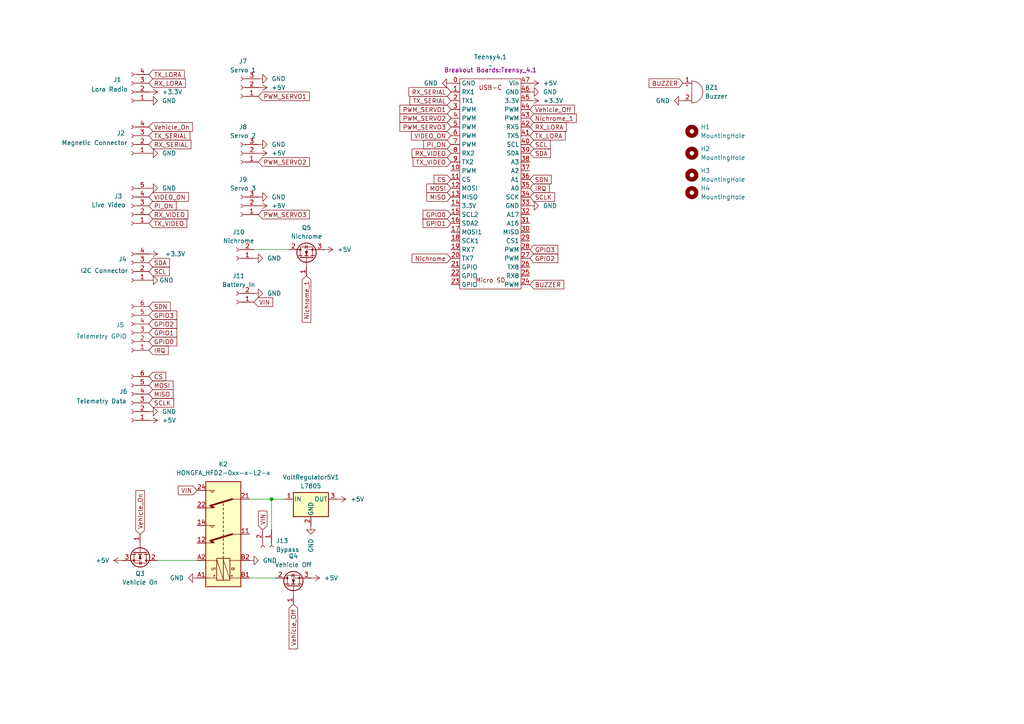
<source format=kicad_sch>
(kicad_sch (version 20250114) (generator "eeschema") (generator_version "9.0")
  (paper "A4")
  (lib_symbols
    (symbol "Breakout Boards:Teensy_4.1"
      (property "Reference" "Teensy4.1" (at 0 0 90))
      (property "Footprint" "Breakout Boards:Teensy_4.1" (at 0 0 0))
      (symbol "Teensy_4.1_0_1"
        (rectangle (start -8.89 30.48) (end 8.89 -30.48))
      )
      (symbol "Teensy_4.1_1_1"
        (text "USB-C" (at 0 27.94 0) (effects (font (size 1.27 1.27))))
        (text "Micro SD" (at 0 -27.94 0) (effects (font (size 1.27 1.27))))
        (pin input line (at -11.43 29.21 0) (length 2.54) (name "GND") (number "0"))
        (pin input line (at -11.43 26.67 0) (length 2.54) (name "RX1") (number "1"))
        (pin input line (at -11.43 24.13 0) (length 2.54) (name "TX1") (number "2"))
        (pin input line (at -11.43 21.59 0) (length 2.54) (name "PWM") (number "3"))
        (pin input line (at -11.43 19.05 0) (length 2.54) (name "PWM") (number "4"))
        (pin input line (at -11.43 16.51 0) (length 2.54) (name "PWM") (number "5"))
        (pin input line (at -11.43 13.97 0) (length 2.54) (name "PWM") (number "6"))
        (pin input line (at -11.43 11.43 0) (length 2.54) (name "PWM") (number "7"))
        (pin input line (at -11.43 8.89 0) (length 2.54) (name "RX2") (number "8"))
        (pin input line (at -11.43 6.35 0) (length 2.54) (name "TX2") (number "9"))
        (pin input line (at -11.43 3.81 0) (length 2.54) (name "PWM") (number "10"))
        (pin input line (at -11.43 1.27 0) (length 2.54) (name "CS") (number "11"))
        (pin input line (at -11.43 -1.27 0) (length 2.54) (name "MOSI") (number "12"))
        (pin input line (at -11.43 -3.81 0) (length 2.54) (name "MISO") (number "13"))
        (pin input line (at -11.43 -6.35 0) (length 2.54) (name "3.3V") (number "14"))
        (pin input line (at -11.43 -8.89 0) (length 2.54) (name "SCL2") (number "15"))
        (pin input line (at -11.43 -11.43 0) (length 2.54) (name "SDA2") (number "16"))
        (pin input line (at -11.43 -13.97 0) (length 2.54) (name "MOSI1") (number "17"))
        (pin input line (at -11.43 -16.51 0) (length 2.54) (name "SCK1") (number "18"))
        (pin input line (at -11.43 -19.05 0) (length 2.54) (name "RX7") (number "19"))
        (pin input line (at -11.43 -21.59 0) (length 2.54) (name "TX7") (number "20"))
        (pin input line (at -11.43 -24.13 0) (length 2.54) (name "GPIO") (number "21"))
        (pin input line (at -11.43 -26.67 0) (length 2.54) (name "GPIO") (number "22"))
        (pin input line (at -11.43 -29.21 0) (length 2.54) (name "GPIO") (number "23"))
        (pin input line (at 11.43 29.21 180) (length 2.54) (name "Vin") (number "47"))
        (pin input line (at 11.43 26.67 180) (length 2.54) (name "GND") (number "46"))
        (pin input line (at 11.43 24.13 180) (length 2.54) (name "3.3V") (number "45"))
        (pin input line (at 11.43 21.59 180) (length 2.54) (name "PWM") (number "44"))
        (pin input line (at 11.43 19.05 180) (length 2.54) (name "PWM") (number "43"))
        (pin input line (at 11.43 16.51 180) (length 2.54) (name "RX5") (number "42"))
        (pin input line (at 11.43 13.97 180) (length 2.54) (name "TX5") (number "41"))
        (pin input line (at 11.43 11.43 180) (length 2.54) (name "SCL") (number "40"))
        (pin input line (at 11.43 8.89 180) (length 2.54) (name "SDA") (number "39"))
        (pin input line (at 11.43 6.35 180) (length 2.54) (name "A3") (number "38"))
        (pin input line (at 11.43 3.81 180) (length 2.54) (name "A2") (number "37"))
        (pin input line (at 11.43 1.27 180) (length 2.54) (name "A1") (number "36"))
        (pin input line (at 11.43 -1.27 180) (length 2.54) (name "A0") (number "35"))
        (pin input line (at 11.43 -3.81 180) (length 2.54) (name "SCK") (number "34"))
        (pin input line (at 11.43 -6.35 180) (length 2.54) (name "GND") (number "33"))
        (pin input line (at 11.43 -8.89 180) (length 2.54) (name "A17") (number "32"))
        (pin input line (at 11.43 -11.43 180) (length 2.54) (name "A16") (number "31"))
        (pin input line (at 11.43 -13.97 180) (length 2.54) (name "MISO") (number "30"))
        (pin input line (at 11.43 -16.51 180) (length 2.54) (name "CS1") (number "29"))
        (pin input line (at 11.43 -19.05 180) (length 2.54) (name "PWM") (number "28"))
        (pin input line (at 11.43 -21.59 180) (length 2.54) (name "PWM") (number "27"))
        (pin input line (at 11.43 -24.13 180) (length 2.54) (name "TX8") (number "26"))
        (pin input line (at 11.43 -26.67 180) (length 2.54) (name "RX8") (number "25"))
        (pin input line (at 11.43 -29.21 180) (length 2.54) (name "PWM") (number "24"))
      )
    )
    (symbol "Connector:Conn_01x02_Socket" (pin_names (offset 1.016) (hide yes))
      (property "Reference" "J" (at 0 2.54 0))
      (property "Value" "Conn_01x02_Socket" (at 0 -5.08 0))
      (symbol "Conn_01x02_Socket_1_1"
        (polyline (pts (xy -1.27 0) (xy -0.508 0)) (stroke (width 0.1524)))
        (polyline (pts (xy -1.27 -2.54) (xy -0.508 -2.54)) (stroke (width 0.1524)))
        (arc (start 0 -0.508) (mid -0.5058 0) (end 0 0.508) (stroke (width 0.1524)))
        (arc (start 0 -3.048) (mid -0.5058 -2.54) (end 0 -2.032) (stroke (width 0.1524)))
        (pin passive line (at -5.08 0 0) (length 3.81) (name "Pin_1") (number "1"))
        (pin passive line (at -5.08 -2.54 0) (length 3.81) (name "Pin_2") (number "2"))
      )
    )
    (symbol "Connector:Conn_01x03_Socket" (pin_names (offset 1.016) (hide yes))
      (property "Reference" "J" (at 0 5.08 0))
      (property "Value" "Conn_01x03_Socket" (at 0 -5.08 0))
      (symbol "Conn_01x03_Socket_1_1"
        (polyline (pts (xy -1.27 2.54) (xy -0.508 2.54)) (stroke (width 0.1524)))
        (polyline (pts (xy -1.27 0) (xy -0.508 0)) (stroke (width 0.1524)))
        (polyline (pts (xy -1.27 -2.54) (xy -0.508 -2.54)) (stroke (width 0.1524)))
        (arc (start 0 2.032) (mid -0.5058 2.54) (end 0 3.048) (stroke (width 0.1524)))
        (arc (start 0 -0.508) (mid -0.5058 0) (end 0 0.508) (stroke (width 0.1524)))
        (arc (start 0 -3.048) (mid -0.5058 -2.54) (end 0 -2.032) (stroke (width 0.1524)))
        (pin passive line (at -5.08 2.54 0) (length 3.81) (name "Pin_1") (number "1"))
        (pin passive line (at -5.08 0 0) (length 3.81) (name "Pin_2") (number "2"))
        (pin passive line (at -5.08 -2.54 0) (length 3.81) (name "Pin_3") (number "3"))
      )
    )
    (symbol "Connector:Conn_01x04_Socket" (pin_names (offset 1.016) (hide yes))
      (property "Reference" "J" (at 0 5.08 0))
      (property "Value" "Conn_01x04_Socket" (at 0 -7.62 0))
      (symbol "Conn_01x04_Socket_1_1"
        (polyline (pts (xy -1.27 2.54) (xy -0.508 2.54)) (stroke (width 0.1524)))
        (polyline (pts (xy -1.27 0) (xy -0.508 0)) (stroke (width 0.1524)))
        (polyline (pts (xy -1.27 -2.54) (xy -0.508 -2.54)) (stroke (width 0.1524)))
        (polyline (pts (xy -1.27 -5.08) (xy -0.508 -5.08)) (stroke (width 0.1524)))
        (arc (start 0 2.032) (mid -0.5058 2.54) (end 0 3.048) (stroke (width 0.1524)))
        (arc (start 0 -0.508) (mid -0.5058 0) (end 0 0.508) (stroke (width 0.1524)))
        (arc (start 0 -3.048) (mid -0.5058 -2.54) (end 0 -2.032) (stroke (width 0.1524)))
        (arc (start 0 -5.588) (mid -0.5058 -5.08) (end 0 -4.572) (stroke (width 0.1524)))
        (pin passive line (at -5.08 2.54 0) (length 3.81) (name "Pin_1") (number "1"))
        (pin passive line (at -5.08 0 0) (length 3.81) (name "Pin_2") (number "2"))
        (pin passive line (at -5.08 -2.54 0) (length 3.81) (name "Pin_3") (number "3"))
        (pin passive line (at -5.08 -5.08 0) (length 3.81) (name "Pin_4") (number "4"))
      )
    )
    (symbol "Connector:Conn_01x05_Socket" (pin_names (offset 1.016) (hide yes))
      (property "Reference" "J" (at 0 7.62 0))
      (property "Value" "Conn_01x05_Socket" (at 0 -7.62 0))
      (symbol "Conn_01x05_Socket_1_1"
        (polyline (pts (xy -1.27 5.08) (xy -0.508 5.08)) (stroke (width 0.1524)))
        (polyline (pts (xy -1.27 2.54) (xy -0.508 2.54)) (stroke (width 0.1524)))
        (polyline (pts (xy -1.27 0) (xy -0.508 0)) (stroke (width 0.1524)))
        (polyline (pts (xy -1.27 -2.54) (xy -0.508 -2.54)) (stroke (width 0.1524)))
        (polyline (pts (xy -1.27 -5.08) (xy -0.508 -5.08)) (stroke (width 0.1524)))
        (arc (start 0 4.572) (mid -0.5058 5.08) (end 0 5.588) (stroke (width 0.1524)))
        (arc (start 0 2.032) (mid -0.5058 2.54) (end 0 3.048) (stroke (width 0.1524)))
        (arc (start 0 -0.508) (mid -0.5058 0) (end 0 0.508) (stroke (width 0.1524)))
        (arc (start 0 -3.048) (mid -0.5058 -2.54) (end 0 -2.032) (stroke (width 0.1524)))
        (arc (start 0 -5.588) (mid -0.5058 -5.08) (end 0 -4.572) (stroke (width 0.1524)))
        (pin passive line (at -5.08 5.08 0) (length 3.81) (name "Pin_1") (number "1"))
        (pin passive line (at -5.08 2.54 0) (length 3.81) (name "Pin_2") (number "2"))
        (pin passive line (at -5.08 0 0) (length 3.81) (name "Pin_3") (number "3"))
        (pin passive line (at -5.08 -2.54 0) (length 3.81) (name "Pin_4") (number "4"))
        (pin passive line (at -5.08 -5.08 0) (length 3.81) (name "Pin_5") (number "5"))
      )
    )
    (symbol "Connector:Conn_01x06_Socket" (pin_names (offset 1.016) (hide yes))
      (property "Reference" "J" (at 0 7.62 0))
      (property "Value" "Conn_01x06_Socket" (at 0 -10.16 0))
      (symbol "Conn_01x06_Socket_1_1"
        (polyline (pts (xy -1.27 5.08) (xy -0.508 5.08)) (stroke (width 0.1524)))
        (polyline (pts (xy -1.27 2.54) (xy -0.508 2.54)) (stroke (width 0.1524)))
        (polyline (pts (xy -1.27 0) (xy -0.508 0)) (stroke (width 0.1524)))
        (polyline (pts (xy -1.27 -2.54) (xy -0.508 -2.54)) (stroke (width 0.1524)))
        (polyline (pts (xy -1.27 -5.08) (xy -0.508 -5.08)) (stroke (width 0.1524)))
        (polyline (pts (xy -1.27 -7.62) (xy -0.508 -7.62)) (stroke (width 0.1524)))
        (arc (start 0 4.572) (mid -0.5058 5.08) (end 0 5.588) (stroke (width 0.1524)))
        (arc (start 0 2.032) (mid -0.5058 2.54) (end 0 3.048) (stroke (width 0.1524)))
        (arc (start 0 -0.508) (mid -0.5058 0) (end 0 0.508) (stroke (width 0.1524)))
        (arc (start 0 -3.048) (mid -0.5058 -2.54) (end 0 -2.032) (stroke (width 0.1524)))
        (arc (start 0 -5.588) (mid -0.5058 -5.08) (end 0 -4.572) (stroke (width 0.1524)))
        (arc (start 0 -8.128) (mid -0.5058 -7.62) (end 0 -7.112) (stroke (width 0.1524)))
        (pin passive line (at -5.08 5.08 0) (length 3.81) (name "Pin_1") (number "1"))
        (pin passive line (at -5.08 2.54 0) (length 3.81) (name "Pin_2") (number "2"))
        (pin passive line (at -5.08 0 0) (length 3.81) (name "Pin_3") (number "3"))
        (pin passive line (at -5.08 -2.54 0) (length 3.81) (name "Pin_4") (number "4"))
        (pin passive line (at -5.08 -5.08 0) (length 3.81) (name "Pin_5") (number "5"))
        (pin passive line (at -5.08 -7.62 0) (length 3.81) (name "Pin_6") (number "6"))
      )
    )
    (symbol "Device:Buzzer" (pin_names (offset 0.0254) (hide yes))
      (property "Reference" "BZ" (at 3.81 1.27 0))
      (property "Value" "Buzzer" (at 3.81 -1.27 0))
      (symbol "Buzzer_0_1"
        (polyline (pts (xy -1.651 1.905) (xy -1.143 1.905)))
        (polyline (pts (xy -1.397 2.159) (xy -1.397 1.651)))
        (arc (start 0 3.175) (mid 3.1612 0) (end 0 -3.175))
        (polyline (pts (xy 0 3.175) (xy 0 -3.175)))
      )
      (symbol "Buzzer_1_1"
        (pin passive line (at -2.54 2.54 0) (length 2.54) (name "+") (number "1"))
        (pin passive line (at -2.54 -2.54 0) (length 2.54) (name "-") (number "2"))
      )
    )
    (symbol "Mechanical:MountingHole" (pin_names (offset 1.016)) (exclude_from_sim yes) (in_bom no)
      (property "Reference" "H" (at 0 5.08 0))
      (property "Value" "MountingHole" (at 0 3.175 0))
      (symbol "MountingHole_0_1"
        (circle (center 0 0) (radius 1.27) (stroke (width 1.27)))
      )
    )
    (symbol "Regulator_Linear:L7805" (pin_names (offset 0.254))
      (property "Reference" "U" (at -3.81 3.175 0))
      (property "Value" "L7805" (at 0 3.175 0))
      (symbol "L7805_0_1"
        (rectangle (start -5.08 1.905) (end 5.08 -5.08) (stroke (width 0.254)) (fill (type background)))
      )
      (symbol "L7805_1_1"
        (pin power_in line (at -7.62 0 0) (length 2.54) (name "IN") (number "1"))
        (pin power_in line (at 0 -7.62 90) (length 2.54) (name "GND") (number "2"))
        (pin power_out line (at 7.62 0 180) (length 2.54) (name "OUT") (number "3"))
      )
    )
    (symbol "Relay:HONGFA_HFD2-0xx-x-L2-x"
      (property "Reference" "K" (at 16.51 3.81 0))
      (property "Value" "HONGFA_HFD2-0xx-x-L2-x" (at 16.51 1.27 0))
      (symbol "HONGFA_HFD2-0xx-x-L2-x_0_0"
        (polyline (pts (xy -2.54 5.08) (xy -2.54 2.54) (xy -1.905 3.175) (xy -2.54 3.81)) (fill (type outline)))
        (polyline (pts (xy 2.54 5.08) (xy 2.54 2.54) (xy 1.905 3.175) (xy 2.54 3.81)))
        (polyline (pts (xy 7.62 5.08) (xy 7.62 2.54) (xy 8.255 3.175) (xy 7.62 3.81)) (fill (type outline)))
        (polyline (pts (xy 12.7 5.08) (xy 12.7 2.54) (xy 12.065 3.175) (xy 12.7 3.81)))
        (text "+" (at -12.065 2.667 0) (effects (font (size 0.762 0.762))))
        (text "+" (at -12.065 -2.413 0) (effects (font (size 0.762 0.762))))
        (text "S" (at -10.033 2.794 0) (effects (font (size 1.016 1.016))))
        (text "R" (at -10.033 -2.921 0) (effects (font (size 1.016 1.016))))
      )
      (symbol "HONGFA_HFD2-0xx-x-L2-x_0_1"
        (rectangle (start -15.24 5.08) (end 15.24 -5.08) (stroke (width 0.254)) (fill (type background)))
        (rectangle (start -13.335 1.905) (end -6.985 -1.905) (stroke (width 0.2032)))
        (polyline (pts (xy -13.335 0) (xy -6.35 0)) (stroke (width 0.2032)))
        (polyline (pts (xy -13.081 0) (xy -7.366 1.905)))
        (polyline (pts (xy -13.081 -1.905) (xy -7.493 0)))
        (polyline (pts (xy -12.7 5.08) (xy -12.7 1.905)))
        (polyline (pts (xy -12.7 -5.08) (xy -12.7 -1.905)))
        (polyline (pts (xy -7.62 5.08) (xy -7.62 1.905)))
        (polyline (pts (xy -7.62 -5.08) (xy -7.62 -1.905)))
        (polyline (pts (xy -5.715 0) (xy -5.08 0)) (stroke (width 0.2032)))
        (polyline (pts (xy -4.445 0) (xy -3.81 0)) (stroke (width 0.2032)))
        (polyline (pts (xy -3.175 0) (xy -2.54 0)) (stroke (width 0.2032)))
        (polyline (pts (xy -1.905 0) (xy -1.27 0)) (stroke (width 0.2032)))
        (polyline (pts (xy -0.635 0) (xy 0 0)) (stroke (width 0.2032)))
        (polyline (pts (xy 0 -2.54) (xy -1.905 3.81)) (stroke (width 0.508)))
        (polyline (pts (xy 0 -2.54) (xy 0 -5.08)))
        (polyline (pts (xy 0.635 0) (xy 1.27 0)) (stroke (width 0.2032)))
        (polyline (pts (xy 1.905 0) (xy 2.54 0)) (stroke (width 0.2032)))
        (polyline (pts (xy 3.175 0) (xy 3.81 0)) (stroke (width 0.2032)))
        (polyline (pts (xy 4.445 0) (xy 5.08 0)) (stroke (width 0.2032)))
        (polyline (pts (xy 5.715 0) (xy 6.35 0)) (stroke (width 0.2032)))
        (polyline (pts (xy 6.985 0) (xy 7.62 0)) (stroke (width 0.2032)))
        (polyline (pts (xy 8.255 0) (xy 8.89 0)) (stroke (width 0.2032)))
        (polyline (pts (xy 10.16 -2.54) (xy 8.255 3.81)) (stroke (width 0.508)))
        (polyline (pts (xy 10.16 -2.54) (xy 10.16 -5.08)))
      )
      (symbol "HONGFA_HFD2-0xx-x-L2-x_1_1"
        (pin passive line (at -12.7 7.62 270) (length 2.54) (name "~") (number "A1"))
        (pin passive line (at -12.7 -7.62 90) (length 2.54) (name "~") (number "B1"))
        (pin passive line (at -7.62 7.62 270) (length 2.54) (name "~") (number "A2"))
        (pin passive line (at -7.62 -7.62 90) (length 2.54) (name "~") (number "B2"))
        (pin passive line (at -2.54 7.62 270) (length 2.54) (name "~") (number "12"))
        (pin passive line (at 0 -7.62 90) (length 2.54) (name "~") (number "11"))
        (pin passive line (at 2.54 7.62 270) (length 2.54) (name "~") (number "14"))
        (pin passive line (at 7.62 7.62 270) (length 2.54) (name "~") (number "22"))
        (pin passive line (at 10.16 -7.62 90) (length 2.54) (name "~") (number "21"))
        (pin passive line (at 12.7 7.62 270) (length 2.54) (name "~") (number "24"))
      )
    )
    (symbol "Transistor_FET:IRLZ44N" (pin_names (hide yes))
      (property "Reference" "Q" (at 5.08 1.905 0))
      (property "Value" "IRLZ44N" (at 5.08 0 0))
      (symbol "IRLZ44N_0_1"
        (polyline (pts (xy 0.254 1.905) (xy 0.254 -1.905)) (stroke (width 0.254)))
        (polyline (pts (xy 0.254 0) (xy -2.54 0)))
        (polyline (pts (xy 0.762 2.286) (xy 0.762 1.27)) (stroke (width 0.254)))
        (polyline (pts (xy 0.762 0.508) (xy 0.762 -0.508)) (stroke (width 0.254)))
        (polyline (pts (xy 0.762 -1.27) (xy 0.762 -2.286)) (stroke (width 0.254)))
        (polyline (pts (xy 0.762 -1.778) (xy 3.302 -1.778) (xy 3.302 1.778) (xy 0.762 1.778)))
        (polyline (pts (xy 1.016 0) (xy 2.032 0.381) (xy 2.032 -0.381) (xy 1.016 0)) (fill (type outline)))
        (circle (center 1.651 0) (radius 2.794) (stroke (width 0.254)))
        (polyline (pts (xy 2.54 2.54) (xy 2.54 1.778)))
        (circle (center 2.54 1.778) (radius 0.254) (fill (type outline)))
        (circle (center 2.54 -1.778) (radius 0.254) (fill (type outline)))
        (polyline (pts (xy 2.54 -2.54) (xy 2.54 0) (xy 0.762 0)))
        (polyline (pts (xy 2.794 0.508) (xy 2.921 0.381) (xy 3.683 0.381) (xy 3.81 0.254)))
        (polyline (pts (xy 3.302 0.381) (xy 2.921 -0.254) (xy 3.683 -0.254) (xy 3.302 0.381)))
      )
      (symbol "IRLZ44N_1_1"
        (pin input line (at -5.08 0 0) (length 2.54) (name "G") (number "1"))
        (pin passive line (at 2.54 5.08 270) (length 2.54) (name "D") (number "2"))
        (pin passive line (at 2.54 -5.08 90) (length 2.54) (name "S") (number "3"))
      )
    )
    (symbol "power:+3.3V" (power) (pin_numbers (hide yes)) (pin_names (offset 0) (hide yes))
      (property "Value" "+3.3V" (at 0 3.556 0))
      (symbol "+3.3V_0_1"
        (polyline (pts (xy -0.762 1.27) (xy 0 2.54)))
        (polyline (pts (xy 0 2.54) (xy 0.762 1.27)))
        (polyline (pts (xy 0 0) (xy 0 2.54)))
      )
      (symbol "+3.3V_1_1"
        (pin power_in line (at 0 0 90) (length 0) (name "~") (number "1"))
      )
    )
    (symbol "power:+5V" (power) (pin_numbers (hide yes)) (pin_names (offset 0) (hide yes))
      (property "Value" "+5V" (at 0 3.556 0))
      (symbol "+5V_0_1"
        (polyline (pts (xy -0.762 1.27) (xy 0 2.54)))
        (polyline (pts (xy 0 2.54) (xy 0.762 1.27)))
        (polyline (pts (xy 0 0) (xy 0 2.54)))
      )
      (symbol "+5V_1_1"
        (pin power_in line (at 0 0 90) (length 0) (name "~") (number "1"))
      )
    )
    (symbol "power:GND" (power) (pin_numbers (hide yes)) (pin_names (offset 0) (hide yes))
      (property "Value" "GND" (at 0 -3.81 0))
      (symbol "GND_0_1"
        (polyline (pts (xy 0 0) (xy 0 -1.27) (xy 1.27 -1.27) (xy 0 -2.54) (xy -1.27 -1.27) (xy 0 -1.27)))
      )
      (symbol "GND_1_1"
        (pin power_in line (at 0 0 270) (length 0) (name "~") (number "1"))
      )
    )
  )
  (junction (at 78.74 144.78))
  (wire (pts (xy 80.01 167.64) (xy 72.39 167.64)))
  (wire (pts (xy 78.74 144.78) (xy 82.55 144.78)))
  (wire (pts (xy 45.72 162.56) (xy 57.15 162.56)))
  (wire (pts (xy 72.39 144.78) (xy 78.74 144.78)))
  (wire (pts (xy 73.66 72.39) (xy 83.82 72.39)))
  (wire (pts (xy 78.74 144.78) (xy 78.74 153.67)))
  (global_label "CS" (shape input) (at 130.81 52.07 180) (property "Intersheetrefs" "${INTERSHEET_REFS}" (effects (hide yes))))
  (global_label "Vehicle_On" (shape input) (at 40.64 154.94 90) (property "Intersheetrefs" "${INTERSHEET_REFS}" (effects (hide yes))))
  (global_label "VIN" (shape input) (at 57.15 142.24 180) (property "Intersheetrefs" "${INTERSHEET_REFS}" (effects (hide yes))))
  (global_label "RX_LORA" (shape input) (at 43.18 24.13 0) (property "Intersheetrefs" "${INTERSHEET_REFS}" (effects (hide yes))))
  (global_label "SDA" (shape input) (at 153.67 44.45 0) (property "Intersheetrefs" "${INTERSHEET_REFS}" (effects (hide yes))))
  (global_label "SCLK" (shape input) (at 43.18 116.84 0) (property "Intersheetrefs" "${INTERSHEET_REFS}" (effects (hide yes))))
  (global_label "GPIO1" (shape input) (at 130.81 64.77 180) (property "Intersheetrefs" "${INTERSHEET_REFS}" (effects (hide yes))))
  (global_label "SCL" (shape input) (at 153.67 41.91 0) (property "Intersheetrefs" "${INTERSHEET_REFS}" (effects (hide yes))))
  (global_label "RX_SERIAL" (shape input) (at 43.18 41.91 0) (property "Intersheetrefs" "${INTERSHEET_REFS}" (effects (hide yes))))
  (global_label "Vehicle_Off" (shape input) (at 85.09 175.26 270) (property "Intersheetrefs" "${INTERSHEET_REFS}" (effects (hide yes))))
  (global_label "TX_SERIAL" (shape input) (at 43.18 39.37 0) (property "Intersheetrefs" "${INTERSHEET_REFS}" (effects (hide yes))))
  (global_label "GPIO0" (shape input) (at 130.81 62.23 180) (property "Intersheetrefs" "${INTERSHEET_REFS}" (effects (hide yes))))
  (global_label "TX_LORA" (shape input) (at 43.18 21.59 0) (property "Intersheetrefs" "${INTERSHEET_REFS}" (effects (hide yes))))
  (global_label "TX_VIDEO" (shape input) (at 43.18 64.77 0) (property "Intersheetrefs" "${INTERSHEET_REFS}" (effects (hide yes))))
  (global_label "TX_VIDEO" (shape input) (at 130.81 46.99 180) (property "Intersheetrefs" "${INTERSHEET_REFS}" (effects (hide yes))))
  (global_label "MISO" (shape input) (at 43.18 114.3 0) (property "Intersheetrefs" "${INTERSHEET_REFS}" (effects (hide yes))))
  (global_label "BUZZER" (shape input) (at 153.67 82.55 0) (property "Intersheetrefs" "${INTERSHEET_REFS}" (effects (hide yes))))
  (global_label "Nichrome_1" (shape input) (at 153.67 34.29 0) (property "Intersheetrefs" "${INTERSHEET_REFS}" (effects (hide yes))))
  (global_label "RX_LORA" (shape input) (at 153.67 36.83 0) (property "Intersheetrefs" "${INTERSHEET_REFS}" (effects (hide yes))))
  (global_label "Vehicle_On" (shape input) (at 43.18 36.83 0) (property "Intersheetrefs" "${INTERSHEET_REFS}" (effects (hide yes))))
  (global_label "SCL" (shape input) (at 43.18 78.74 0) (property "Intersheetrefs" "${INTERSHEET_REFS}" (effects (hide yes))))
  (global_label "SCLK" (shape input) (at 153.67 57.15 0) (property "Intersheetrefs" "${INTERSHEET_REFS}" (effects (hide yes))))
  (global_label "PWM_SERVO3" (shape input) (at 130.81 36.83 180) (property "Intersheetrefs" "${INTERSHEET_REFS}" (effects (hide yes))))
  (global_label "TX_SERIAL" (shape input) (at 130.81 29.21 180) (property "Intersheetrefs" "${INTERSHEET_REFS}" (effects (hide yes))))
  (global_label "TX_LORA" (shape input) (at 153.67 39.37 0) (property "Intersheetrefs" "${INTERSHEET_REFS}" (effects (hide yes))))
  (global_label "VIN" (shape input) (at 76.2 153.67 90) (property "Intersheetrefs" "${INTERSHEET_REFS}" (effects (hide yes))))
  (global_label "CS" (shape input) (at 43.18 109.22 0) (property "Intersheetrefs" "${INTERSHEET_REFS}" (effects (hide yes))))
  (global_label "PI_ON" (shape input) (at 43.18 59.69 0) (property "Intersheetrefs" "${INTERSHEET_REFS}" (effects (hide yes))))
  (global_label "GPIO0" (shape input) (at 43.18 99.06 0) (property "Intersheetrefs" "${INTERSHEET_REFS}" (effects (hide yes))))
  (global_label "GPIO1" (shape input) (at 43.18 96.52 0) (property "Intersheetrefs" "${INTERSHEET_REFS}" (effects (hide yes))))
  (global_label "PWM_SERVO2" (shape input) (at 130.81 34.29 180) (property "Intersheetrefs" "${INTERSHEET_REFS}" (effects (hide yes))))
  (global_label "VIDEO_ON" (shape input) (at 43.18 57.15 0) (property "Intersheetrefs" "${INTERSHEET_REFS}" (effects (hide yes))))
  (global_label "VIN" (shape input) (at 73.66 87.63 0) (property "Intersheetrefs" "${INTERSHEET_REFS}" (effects (hide yes))))
  (global_label "PWM_SERVO1" (shape input) (at 130.81 31.75 180) (property "Intersheetrefs" "${INTERSHEET_REFS}" (effects (hide yes))))
  (global_label "VIDEO_ON" (shape input) (at 130.81 39.37 180) (property "Intersheetrefs" "${INTERSHEET_REFS}" (effects (hide yes))))
  (global_label "BUZZER" (shape input) (at 198.12 24.13 180) (property "Intersheetrefs" "${INTERSHEET_REFS}" (effects (hide yes))))
  (global_label "RX_VIDEO" (shape input) (at 43.18 62.23 0) (property "Intersheetrefs" "${INTERSHEET_REFS}" (effects (hide yes))))
  (global_label "SDA" (shape input) (at 43.18 76.2 0) (property "Intersheetrefs" "${INTERSHEET_REFS}" (effects (hide yes))))
  (global_label "PI_ON" (shape input) (at 130.81 41.91 180) (property "Intersheetrefs" "${INTERSHEET_REFS}" (effects (hide yes))))
  (global_label "PWM_SERVO3" (shape input) (at 74.93 62.23 0) (property "Intersheetrefs" "${INTERSHEET_REFS}" (effects (hide yes))))
  (global_label "GPIO3" (shape input) (at 153.67 72.39 0) (property "Intersheetrefs" "${INTERSHEET_REFS}" (effects (hide yes))))
  (global_label "SDN" (shape input) (at 43.18 88.9 0) (property "Intersheetrefs" "${INTERSHEET_REFS}" (effects (hide yes))))
  (global_label "RX_SERIAL" (shape input) (at 130.81 26.67 180) (property "Intersheetrefs" "${INTERSHEET_REFS}" (effects (hide yes))))
  (global_label "GPIO2" (shape input) (at 43.18 93.98 0) (property "Intersheetrefs" "${INTERSHEET_REFS}" (effects (hide yes))))
  (global_label "PWM_SERVO2" (shape input) (at 74.93 46.99 0) (property "Intersheetrefs" "${INTERSHEET_REFS}" (effects (hide yes))))
  (global_label "Nichrome" (shape input) (at 130.81 74.93 180) (property "Intersheetrefs" "${INTERSHEET_REFS}" (effects (hide yes))))
  (global_label "MOSI" (shape input) (at 130.81 54.61 180) (property "Intersheetrefs" "${INTERSHEET_REFS}" (effects (hide yes))))
  (global_label "IRQ" (shape input) (at 153.67 54.61 0) (property "Intersheetrefs" "${INTERSHEET_REFS}" (effects (hide yes))))
  (global_label "IRQ" (shape input) (at 43.18 101.6 0) (property "Intersheetrefs" "${INTERSHEET_REFS}" (effects (hide yes))))
  (global_label "GPIO3" (shape input) (at 43.18 91.44 0) (property "Intersheetrefs" "${INTERSHEET_REFS}" (effects (hide yes))))
  (global_label "Vehicle_Off" (shape input) (at 153.67 31.75 0) (property "Intersheetrefs" "${INTERSHEET_REFS}" (effects (hide yes))))
  (global_label "GPIO2" (shape input) (at 153.67 74.93 0) (property "Intersheetrefs" "${INTERSHEET_REFS}" (effects (hide yes))))
  (global_label "PWM_SERVO1" (shape input) (at 74.93 27.94 0) (property "Intersheetrefs" "${INTERSHEET_REFS}" (effects (hide yes))))
  (global_label "MISO" (shape input) (at 130.81 57.15 180) (property "Intersheetrefs" "${INTERSHEET_REFS}" (effects (hide yes))))
  (global_label "RX_VIDEO" (shape input) (at 130.81 44.45 180) (property "Intersheetrefs" "${INTERSHEET_REFS}" (effects (hide yes))))
  (global_label "Nichrome_1" (shape input) (at 88.9 80.01 270) (property "Intersheetrefs" "${INTERSHEET_REFS}" (effects (hide yes))))
  (global_label "SDN" (shape input) (at 153.67 52.07 0) (property "Intersheetrefs" "${INTERSHEET_REFS}" (effects (hide yes))))
  (global_label "MOSI" (shape input) (at 43.18 111.76 0) (property "Intersheetrefs" "${INTERSHEET_REFS}" (effects (hide yes))))
  (symbol (lib_id "Connector:Conn_01x03_Socket") (at 69.85 59.69 180) (unit 1)
    (property "Reference" "J9" (at 70.485 52.07 0))
    (property "Value" "Servo 3" (at 70.485 54.61 0))
    (property "Footprint" "Connector_JST:JST_XH_B3B-XH-A_1x03_P2.50mm_Vertical" (effects (hide yes)))
    (property "Description" "Generic connector, single row, 01x03, script generated" (effects (hide yes)))
  )
  (symbol (lib_id "power:+5V") (at 74.93 44.45 270) (unit 1)
    (property "Reference" "#PWR026" (effects (hide yes)))
    (property "Value" "+5V" (at 78.74 44.4499 90) (effects (justify left)))
    (property "Description" "Power symbol creates a global label with name \"+5V\"" (effects (hide yes)))
  )
  (symbol (lib_id "Connector:Conn_01x04_Socket") (at 38.1 41.91 180) (unit 1)
    (property "Reference" "J2" (at 35.052 38.608 0))
    (property "Value" "Magnetic Connector" (at 27.432 41.402 0))
    (property "Footprint" "Connector_JST:JST_XH_B4B-XH-A_1x04_P2.50mm_Vertical" (effects (hide yes)))
    (property "Description" "Generic connector, single row, 01x04, script generated" (effects (hide yes)))
  )
  (symbol (lib_id "Mechanical:MountingHole") (at 200.66 38.1 0) (unit 1)
    (property "Reference" "H1" (at 203.2 36.8299 0) (effects (justify left)))
    (property "Value" "MountingHole" (at 203.2 39.3699 0) (effects (justify left)))
    (property "Footprint" "MountingHole:MountingHole_3.2mm_M3" (effects (hide yes)))
  )
  (symbol (lib_id "power:GND") (at 73.66 74.93 90) (unit 1)
    (property "Reference" "#PWR09" (effects (hide yes)))
    (property "Value" "GND" (at 77.47 74.9299 90) (effects (justify right)))
    (property "Description" "Power symbol creates a global label with name \"GND\" , ground" (effects (hide yes)))
  )
  (symbol (lib_id "power:GND") (at 73.66 85.09 90) (unit 1)
    (property "Reference" "#PWR032" (effects (hide yes)))
    (property "Value" "GND" (at 77.47 85.0899 90) (effects (justify right)))
    (property "Description" "Power symbol creates a global label with name \"GND\" , ground" (effects (hide yes)))
  )
  (symbol (lib_id "Device:Buzzer") (at 200.66 26.67 0) (unit 1)
    (property "Reference" "BZ1" (at 204.47 25.3999 0) (effects (justify left)))
    (property "Value" "Buzzer" (at 204.47 27.9399 0) (effects (justify left)))
    (property "Footprint" "Buzzer_Beeper:Buzzer_12x9.5RM7.6" (effects (hide yes)))
    (property "Description" "Buzzer, polarized" (effects (hide yes)))
  )
  (symbol (lib_id "power:+5V") (at 74.93 25.4 270) (unit 1)
    (property "Reference" "#PWR025" (effects (hide yes)))
    (property "Value" "+5V" (at 78.74 25.3999 90) (effects (justify left)))
    (property "Description" "Power symbol creates a global label with name \"+5V\"" (effects (hide yes)))
  )
  (symbol (lib_id "power:GND") (at 72.39 162.56 90) (unit 1)
    (property "Reference" "#PWR013" (effects (hide yes)))
    (property "Value" "GND" (at 76.2 162.5599 90) (effects (justify right)))
    (property "Description" "Power symbol creates a global label with name \"GND\" , ground" (effects (hide yes)))
  )
  (symbol (lib_id "Mechanical:MountingHole") (at 200.66 55.88 0) (unit 1)
    (property "Reference" "H4" (at 203.2 54.6099 0) (effects (justify left)))
    (property "Value" "MountingHole" (at 203.2 57.1499 0) (effects (justify left)))
    (property "Footprint" "MountingHole:MountingHole_3.2mm_M3" (effects (hide yes)))
  )
  (symbol (lib_id "Connector:Conn_01x02_Socket") (at 78.74 158.75 270) (unit 1)
    (property "Reference" "J13" (at 80.01 156.8449 90) (effects (justify left)))
    (property "Value" "Bypass" (at 80.01 159.3849 90) (effects (justify left)))
    (property "Footprint" "Connector_JST:JST_XH_B2B-XH-A_1x02_P2.50mm_Vertical" (effects (hide yes)))
    (property "Description" "Generic connector, single row, 01x02, script generated" (effects (hide yes)))
  )
  (symbol (lib_id "Mechanical:MountingHole") (at 200.66 44.45 0) (unit 1)
    (property "Reference" "H2" (at 203.2 43.1799 0) (effects (justify left)))
    (property "Value" "MountingHole" (at 203.2 45.7199 0) (effects (justify left)))
    (property "Footprint" "MountingHole:MountingHole_3.2mm_M3" (effects (hide yes)))
  )
  (symbol (lib_id "power:+5V") (at 43.18 121.92 270) (unit 1)
    (property "Reference" "#PWR040" (effects (hide yes)))
    (property "Value" "+5V" (at 46.99 121.9199 90) (effects (justify left)))
    (property "Description" "Power symbol creates a global label with name \"+5V\"" (effects (hide yes)))
  )
  (symbol (lib_id "power:+3.3V") (at 153.67 29.21 270) (unit 1)
    (property "Reference" "#PWR019" (effects (hide yes)))
    (property "Value" "+3.3V" (at 157.48 29.2099 90) (effects (justify left)))
    (property "Description" "Power symbol creates a global label with name \"+3.3V\"" (effects (hide yes)))
  )
  (symbol (lib_id "Transistor_FET:IRLZ44N") (at 40.64 160.02 270) (unit 1)
    (property "Reference" "Q3" (at 40.64 166.37 90))
    (property "Value" "Vehicle On" (at 40.64 168.91 90))
    (property "Footprint" "Package_TO_SOT_THT:TO-220-3_Vertical" (effects (hide yes)))
    (property "Datasheet" "http://www.irf.com/product-info/datasheets/data/irlz44n.pdf" (effects (hide yes)))
    (property "Description" "47A Id, 55V Vds, 22mOhm Rds Single N-Channel HEXFET Power MOSFET, TO-220AB" (effects (hide yes)))
  )
  (symbol (lib_id "power:GND") (at 57.15 167.64 270) (unit 1)
    (property "Reference" "#PWR028" (effects (hide yes)))
    (property "Value" "GND" (at 53.34 167.6401 90) (effects (justify right)))
    (property "Description" "Power symbol creates a global label with name \"GND\" , ground" (effects (hide yes)))
  )
  (symbol (lib_id "power:+5V") (at 97.79 144.78 270) (unit 1)
    (property "Reference" "#PWR014" (effects (hide yes)))
    (property "Value" "+5V" (at 101.6 144.7799 90) (effects (justify left)))
    (property "Description" "Power symbol creates a global label with name \"+5V\"" (effects (hide yes)))
  )
  (symbol (lib_id "power:GND") (at 43.18 81.28 90) (unit 1)
    (property "Reference" "#PWR030" (effects (hide yes)))
    (property "Value" "GND" (at 48.26 81.28 90))
    (property "Description" "Power symbol creates a global label with name \"GND\" , ground" (effects (hide yes)))
  )
  (symbol (lib_id "Breakout Boards:Teensy_4.1") (at 142.24 53.34 0) (unit 1)
    (property "Reference" "Teensy4.1" (at 142.24 16.51 0))
    (property "Value" "~" (at 142.24 19.05 0))
    (property "Footprint" "Breakout Boards:Teensy_4.1" (at 142.24 20.32 0))
  )
  (symbol (lib_id "power:+3.3V") (at 43.18 26.67 270) (unit 1)
    (property "Reference" "#PWR023" (effects (hide yes)))
    (property "Value" "+3.3V" (at 46.99 26.6701 90) (effects (justify left)))
    (property "Description" "Power symbol creates a global label with name \"+3.3V\"" (effects (hide yes)))
  )
  (symbol (lib_id "power:GND") (at 43.18 54.61 90) (unit 1)
    (property "Reference" "#PWR017" (effects (hide yes)))
    (property "Value" "GND" (at 46.99 54.6099 90) (effects (justify right)))
    (property "Description" "Power symbol creates a global label with name \"GND\" , ground" (effects (hide yes)))
  )
  (symbol (lib_id "power:GND") (at 43.18 44.45 90) (unit 1)
    (property "Reference" "#PWR07" (effects (hide yes)))
    (property "Value" "GND" (at 46.99 44.4501 90) (effects (justify right)))
    (property "Description" "Power symbol creates a global label with name \"GND\" , ground" (effects (hide yes)))
  )
  (symbol (lib_id "power:+5V") (at 93.98 72.39 270) (unit 1)
    (property "Reference" "#PWR034" (effects (hide yes)))
    (property "Value" "+5V" (at 97.79 72.3899 90) (effects (justify left)))
    (property "Description" "Power symbol creates a global label with name \"+5V\"" (effects (hide yes)))
  )
  (symbol (lib_id "power:GND") (at 43.18 119.38 90) (unit 1)
    (property "Reference" "#PWR020" (effects (hide yes)))
    (property "Value" "GND" (at 46.99 119.3799 90) (effects (justify right)))
    (property "Description" "Power symbol creates a global label with name \"GND\" , ground" (effects (hide yes)))
  )
  (symbol (lib_id "Connector:Conn_01x04_Socket") (at 38.1 26.67 180) (unit 1)
    (property "Reference" "J1" (at 34.036 23.114 0))
    (property "Value" "Lora Radio" (at 31.75 25.908 0))
    (property "Footprint" "Connector_JST:JST_XH_B4B-XH-A_1x04_P2.50mm_Vertical" (effects (hide yes)))
    (property "Description" "Generic connector, single row, 01x04, script generated" (effects (hide yes)))
  )
  (symbol (lib_id "Mechanical:MountingHole") (at 200.66 50.8 0) (unit 1)
    (property "Reference" "H3" (at 203.2 49.5299 0) (effects (justify left)))
    (property "Value" "MountingHole" (at 203.2 52.0699 0) (effects (justify left)))
    (property "Footprint" "MountingHole:MountingHole_3.2mm_M3" (effects (hide yes)))
  )
  (symbol (lib_id "Connector:Conn_01x03_Socket") (at 69.85 25.4 180) (unit 1)
    (property "Reference" "J7" (at 70.485 17.78 0))
    (property "Value" "Servo 1" (at 70.485 20.32 0))
    (property "Footprint" "Connector_JST:JST_XH_B3B-XH-A_1x03_P2.50mm_Vertical" (effects (hide yes)))
    (property "Description" "Generic connector, single row, 01x03, script generated" (effects (hide yes)))
  )
  (symbol (lib_id "Connector:Conn_01x02_Socket") (at 68.58 87.63 180) (unit 1)
    (property "Reference" "J11" (at 69.215 80.01 0))
    (property "Value" "Battery In" (at 69.215 82.55 0))
    (property "Footprint" "Connector_JST:JST_XH_B2B-XH-A_1x02_P2.50mm_Vertical" (effects (hide yes)))
    (property "Description" "Generic connector, single row, 01x02, script generated" (effects (hide yes)))
  )
  (symbol (lib_id "Connector:Conn_01x06_Socket") (at 38.1 116.84 180) (unit 1)
    (property "Reference" "J6" (at 35.814 113.538 0))
    (property "Value" "Telemetry Data" (at 29.464 116.332 0))
    (property "Footprint" "Connector_JST:JST_XH_B6B-XH-A_1x06_P2.50mm_Vertical" (effects (hide yes)))
    (property "Description" "Generic connector, single row, 01x06, script generated" (effects (hide yes)))
  )
  (symbol (lib_id "power:GND") (at 90.17 152.4 0) (unit 1)
    (property "Reference" "#PWR012" (effects (hide yes)))
    (property "Value" "GND" (at 90.1701 156.21 90) (effects (justify right)))
    (property "Description" "Power symbol creates a global label with name \"GND\" , ground" (effects (hide yes)))
  )
  (symbol (lib_id "Regulator_Linear:L7805") (at 90.17 144.78 0) (unit 1)
    (property "Reference" "VoltRegulator5V1" (at 90.17 138.43 0))
    (property "Value" "L7805" (at 90.17 140.97 0))
    (property "Footprint" "Package_TO_SOT_THT:TO-220-3_Vertical" (effects (hide yes)))
    (property "Datasheet" "http://www.st.com/content/ccc/resource/technical/document/datasheet/41/4f/b3/b0/12/d4/47/88/CD00000444.pdf/files/CD00000444.pdf/jcr:content/translations/en.CD00000444.pdf" (effects (hide yes)))
    (property "Description" "Positive 1.5A 35V Linear Regulator, Fixed Output 5V, TO-220/TO-263/TO-252" (effects (hide yes)))
  )
  (symbol (lib_id "power:+5V") (at 153.67 24.13 270) (unit 1)
    (property "Reference" "#PWR016" (effects (hide yes)))
    (property "Value" "+5V" (at 157.48 24.1299 90) (effects (justify left)))
    (property "Description" "Power symbol creates a global label with name \"+5V\"" (effects (hide yes)))
  )
  (symbol (lib_id "power:GND") (at 74.93 41.91 90) (unit 1)
    (property "Reference" "#PWR05" (effects (hide yes)))
    (property "Value" "GND" (at 78.74 41.9099 90) (effects (justify right)))
    (property "Description" "Power symbol creates a global label with name \"GND\" , ground" (effects (hide yes)))
  )
  (symbol (lib_id "power:+3.3V") (at 43.18 73.66 270) (unit 1)
    (property "Reference" "#PWR031" (effects (hide yes)))
    (property "Value" "+3.3V" (at 50.8 73.66 90))
    (property "Description" "Power symbol creates a global label with name \"+3.3V\"" (effects (hide yes)))
  )
  (symbol (lib_id "power:GND") (at 153.67 26.67 90) (unit 1)
    (property "Reference" "#PWR018" (effects (hide yes)))
    (property "Value" "GND" (at 157.48 26.6699 90) (effects (justify right)))
    (property "Description" "Power symbol creates a global label with name \"GND\" , ground" (effects (hide yes)))
  )
  (symbol (lib_id "power:+5V") (at 74.93 59.69 270) (unit 1)
    (property "Reference" "#PWR027" (effects (hide yes)))
    (property "Value" "+5V" (at 78.74 59.6899 90) (effects (justify left)))
    (property "Description" "Power symbol creates a global label with name \"+5V\"" (effects (hide yes)))
  )
  (symbol (lib_id "Transistor_FET:IRLZ44N") (at 88.9 74.93 90) (unit 1)
    (property "Reference" "Q5" (at 88.9 66.04 90))
    (property "Value" "Nichrome" (at 88.9 68.58 90))
    (property "Footprint" "Package_TO_SOT_THT:TO-220-3_Vertical" (effects (hide yes)))
    (property "Datasheet" "http://www.irf.com/product-info/datasheets/data/irlz44n.pdf" (effects (hide yes)))
    (property "Description" "47A Id, 55V Vds, 22mOhm Rds Single N-Channel HEXFET Power MOSFET, TO-220AB" (effects (hide yes)))
  )
  (symbol (lib_id "power:+5V") (at 35.56 162.56 90) (unit 1)
    (property "Reference" "#PWR021" (effects (hide yes)))
    (property "Value" "+5V" (at 31.75 162.5601 90) (effects (justify left)))
    (property "Description" "Power symbol creates a global label with name \"+5V\"" (effects (hide yes)))
  )
  (symbol (lib_id "Relay:HONGFA_HFD2-0xx-x-L2-x") (at 64.77 154.94 90) (unit 1)
    (property "Reference" "K2" (at 64.77 134.62 90))
    (property "Value" "HONGFA_HFD2-0xx-x-L2-x" (at 64.77 137.16 90))
    (property "Footprint" "Relay_THT:Relay_DPDT_Omron_G6AK" (effects (hide yes)))
    (property "Datasheet" "https://source_cn.hongfa.com/Api/DownloadPdf/323" (effects (hide yes)))
    (property "Description" "Bistable miniature DPDT relay, 3A, 125VAC, THT" (effects (hide yes)))
  )
  (symbol (lib_id "Transistor_FET:IRLZ44N") (at 85.09 170.18 90) (unit 1)
    (property "Reference" "Q4" (at 85.09 161.29 90))
    (property "Value" "Vehicle Off" (at 85.09 163.83 90))
    (property "Footprint" "Package_TO_SOT_THT:TO-220-3_Vertical" (effects (hide yes)))
    (property "Datasheet" "http://www.irf.com/product-info/datasheets/data/irlz44n.pdf" (effects (hide yes)))
    (property "Description" "47A Id, 55V Vds, 22mOhm Rds Single N-Channel HEXFET Power MOSFET, TO-220AB" (effects (hide yes)))
  )
  (symbol (lib_id "Connector:Conn_01x05_Socket") (at 38.1 59.69 180) (unit 1)
    (property "Reference" "J3" (at 34.29 56.896 0))
    (property "Value" "Live Video" (at 31.496 59.436 0))
    (property "Footprint" "Connector_JST:JST_XH_B5B-XH-A_1x05_P2.50mm_Vertical" (effects (hide yes)))
    (property "Description" "Generic connector, single row, 01x05, script generated" (effects (hide yes)))
  )
  (symbol (lib_id "Connector:Conn_01x02_Socket") (at 68.58 74.93 180) (unit 1)
    (property "Reference" "J10" (at 69.215 67.31 0))
    (property "Value" "Nichrome" (at 69.215 69.85 0))
    (property "Footprint" "Connector_JST:JST_XH_B2B-XH-A_1x02_P2.50mm_Vertical" (effects (hide yes)))
    (property "Description" "Generic connector, single row, 01x02, script generated" (effects (hide yes)))
  )
  (symbol (lib_id "power:+5V") (at 90.17 167.64 270) (unit 1)
    (property "Reference" "#PWR029" (effects (hide yes)))
    (property "Value" "+5V" (at 93.98 167.6399 90) (effects (justify left)))
    (property "Description" "Power symbol creates a global label with name \"+5V\"" (effects (hide yes)))
  )
  (symbol (lib_id "Connector:Conn_01x04_Socket") (at 38.1 78.74 180) (unit 1)
    (property "Reference" "J4" (at 35.56 75.184 0))
    (property "Value" "I2C Connector" (at 30.226 78.486 0))
    (property "Footprint" "Connector_JST:JST_XH_B4B-XH-A_1x04_P2.50mm_Vertical" (effects (hide yes)))
  )
  (symbol (lib_id "Connector:Conn_01x03_Socket") (at 69.85 44.45 180) (unit 1)
    (property "Reference" "J8" (at 70.485 36.83 0))
    (property "Value" "Servo 2" (at 70.485 39.37 0))
    (property "Footprint" "Connector_JST:JST_XH_B3B-XH-A_1x03_P2.50mm_Vertical" (effects (hide yes)))
    (property "Description" "Generic connector, single row, 01x03, script generated" (effects (hide yes)))
  )
  (symbol (lib_id "power:GND") (at 43.18 29.21 90) (unit 1)
    (property "Reference" "#PWR022" (effects (hide yes)))
    (property "Value" "GND" (at 46.99 29.2101 90) (effects (justify right)))
    (property "Description" "Power symbol creates a global label with name \"GND\" , ground" (effects (hide yes)))
  )
  (symbol (lib_id "power:GND") (at 153.67 59.69 90) (unit 1)
    (property "Reference" "#PWR033" (effects (hide yes)))
    (property "Value" "GND" (at 157.48 59.6899 90) (effects (justify right)))
    (property "Description" "Power symbol creates a global label with name \"GND\" , ground" (effects (hide yes)))
  )
  (symbol (lib_id "power:GND") (at 130.81 24.13 270) (unit 1)
    (property "Reference" "#PWR024" (effects (hide yes)))
    (property "Value" "GND" (at 127 24.1301 90) (effects (justify right)))
    (property "Description" "Power symbol creates a global label with name \"GND\" , ground" (effects (hide yes)))
  )
  (symbol (lib_id "power:GND") (at 74.93 22.86 90) (unit 1)
    (property "Reference" "#PWR02" (effects (hide yes)))
    (property "Value" "GND" (at 78.74 22.8599 90) (effects (justify right)))
    (property "Description" "Power symbol creates a global label with name \"GND\" , ground" (effects (hide yes)))
  )
  (symbol (lib_id "power:GND") (at 198.12 29.21 270) (unit 1)
    (property "Reference" "#PWR04" (effects (hide yes)))
    (property "Value" "GND" (at 194.31 29.2099 90) (effects (justify right)))
    (property "Description" "Power symbol creates a global label with name \"GND\" , ground" (effects (hide yes)))
  )
  (symbol (lib_id "Connector:Conn_01x06_Socket") (at 38.1 96.52 180) (unit 1)
    (property "Reference" "J5" (at 36.068 94.234 0) (effects (justify left)))
    (property "Value" "Telemetry GPIO" (at 36.83 97.536 0) (effects (justify left)))
    (property "Footprint" "Connector_JST:JST_XH_B6B-XH-A_1x06_P2.50mm_Vertical" (effects (hide yes)))
    (property "Description" "Generic connector, single row, 01x06, script generated" (effects (hide yes)))
  )
  (symbol (lib_id "power:GND") (at 74.93 57.15 90) (unit 1)
    (property "Reference" "#PWR08" (effects (hide yes)))
    (property "Value" "GND" (at 78.74 57.1499 90) (effects (justify right)))
    (property "Description" "Power symbol creates a global label with name \"GND\" , ground" (effects (hide yes)))
  )
)
</source>
